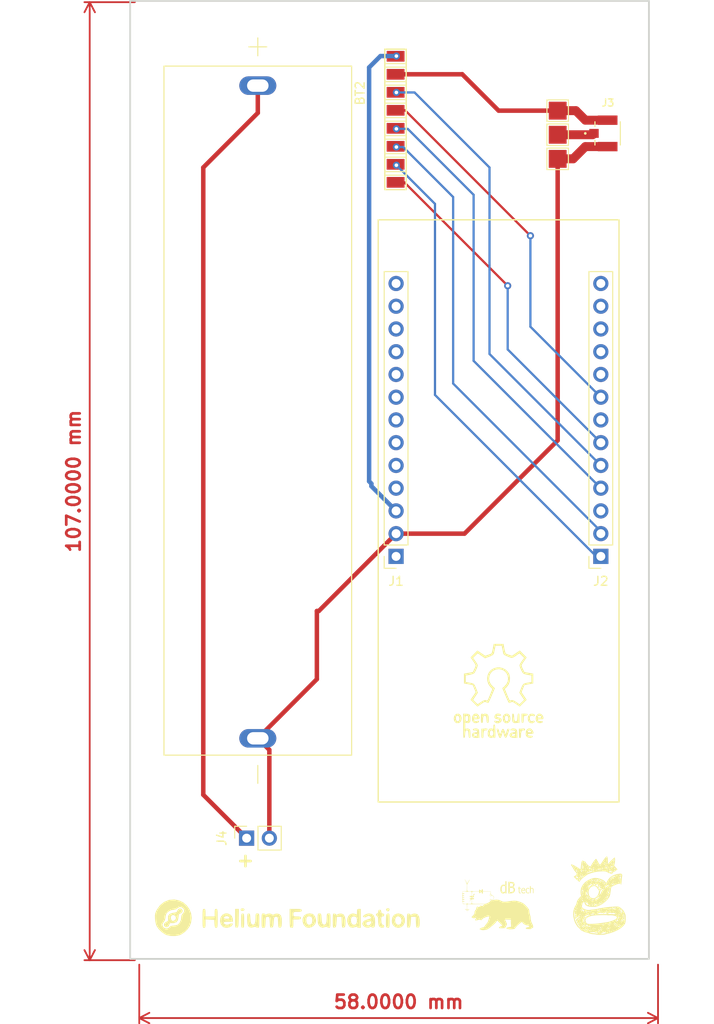
<source format=kicad_pcb>
(kicad_pcb (version 20221018) (generator pcbnew)
  (layers (0 "F.Cu" signal) (31 "B.Cu" signal) (34 "B.Paste" user) (35 "F.Paste" user) (36 "B.SilkS" user "B.Silkscreen") (37 "F.SilkS" user "F.Silkscreen") (38 "B.Mask" user) (39 "F.Mask" user) (44 "Edge.Cuts" user))
  (net 0 "")
  (net 3 "+3.3V")
  (net 4 "GND")
  (net 21 "/SI")
  (net 22 "/SCLK")
  (net 23 "/GDO0")
  (net 24 "/GDO2")
  (net 25 "/SO")
  (net 26 "/CSN")
  (net 27 "/ANT")
  (net 28 "/VBAT")
  (footprint "Library:TestPoint_Pad_1.2x2.0mm" (layer "F.Cu") (at 117.514368 47.225302)
    (fp_text reference "TP3" hide)
    (fp_text value "SI")
    (pad "1" smd rect (at 0 0) (size 2 1.2) (layers "F.Cu" "F.Paste" "F.Mask") (net 21 "/SI"))
  )
  (footprint "LOGO" (layer "F.Cu") (at 105.41 139.446)
    (fp_text reference "G***" hide)
    (fp_text value "LOGO" hide)
  )
  (footprint "LOGO" (layer "F.Cu") (at 129.032 114.046)
    (fp_text reference "G***" hide)
    (fp_text value "LOGO" hide)
  )
  (footprint "Connector_PinSocket_2.54mm:PinSocket_1x02_P2.54mm_Vertical" (layer "F.Cu") (at 100.858 130.531 90)
    (fp_text reference "J4" (at 0 -2.77 90) (layer "F.SilkS"))
    (fp_text value "Conn_01x02")
    (pad "1" thru_hole rect (at 0 0 90) (size 1.7 1.7) (drill 1) (layers "*.Cu" "*.Mask") (net 28 "/VBAT"))
    (pad "2" thru_hole oval (at 0 2.54 90) (size 1.7 1.7) (drill 1) (layers "*.Cu" "*.Mask") (net 4 "GND"))
  )
  (footprint "Library:TestPoint_Pad_1.2x2.0mm" (layer "F.Cu") (at 117.514368 45.214204)
    (fp_text reference "TP2" hide)
    (fp_text value "GND")
    (pad "1" smd rect (at 0 0) (size 2 1.2) (layers "F.Cu" "F.Paste" "F.Mask") (net 4 "GND"))
  )
  (footprint "TestPoint:TestPoint_Pad_2.0x2.0mm" (layer "F.Cu") (at 135.636 54.659)
    (fp_text reference "P12" hide)
    (fp_text value "GND")
    (pad "1" smd rect (at 0 0) (size 2 2) (layers "F.Cu" "F.Paste" "F.Mask") (net 4 "GND"))
  )
  (footprint "Library:TestPoint_Pad_1.2x2.0mm" (layer "F.Cu") (at 117.514368 55.269694)
    (fp_text reference "TP7" hide)
    (fp_text value "GDO0")
    (pad "1" smd rect (at 0 0) (size 2 1.2) (layers "F.Cu" "F.Paste" "F.Mask") (net 23 "/GDO0"))
  )
  (footprint "U.FL-R-SMT_10_:HRS_U.FL-R-SMT(10)" (layer "F.Cu") (at 141.224 51.816)
    (fp_text reference "J3" (at 0.039915 -3.411835) (layer "F.SilkS") (effects (font (size 0.801331 0.801331))))
    (fp_text value "U.FL-R-SMT(10)")
    (pad "1" smd rect (at -1.525 0) (size 1.05 1) (layers "F.Cu" "F.Paste" "F.Mask") (net 27 "/ANT"))
    (pad "2" smd rect (at 0 -1.475 270) (size 1.05 2.2) (layers "F.Cu" "F.Paste" "F.Mask") (net 4 "GND"))
    (pad "3" smd rect (at 0 1.475 270) (size 1.05 2.2) (layers "F.Cu" "F.Paste" "F.Mask") (net 4 "GND"))
  )
  (footprint "Library:TestPoint_Pad_1.2x2.0mm" (layer "F.Cu") (at 117.514368 43.203106)
    (fp_text reference "TP1" hide)
    (fp_text value "VCC")
    (pad "1" smd rect (at 0 0) (size 2 1.2) (layers "F.Cu" "F.Paste" "F.Mask") (net 3 "+3.3V"))
  )
  (footprint "LoRaWan_Bridge:BAT_BK-18650-PC2" (layer "F.Cu") (at 102.108 82.78 -90)
    (fp_text reference "BT2" (at -35.455 -11.43 90) (layer "F.SilkS"))
    (fp_text value "BK-18650-PC2")
    (pad "" np_thru_hole circle (at -27.805 0 270) (size 3.2 3.2) (drill 3.2) (layers "*.Cu" "*.Mask"))
    (pad "" np_thru_hole circle (at 27.81 0 270) (size 3.2 3.2) (drill 3.2) (layers "*.Cu" "*.Mask"))
    (pad "+" thru_hole oval (at -36.3 0 270) (size 2.07 4.14) (drill oval 1.38 2.4) (layers "*.Cu" "*.Mask") (net 28 "/VBAT"))
    (pad "-" thru_hole oval (at 36.6 0 270) (size 2.07 4.14) (drill oval 1.38 2.4) (layers "*.Cu" "*.Mask") (net 4 "GND"))
  )
  (footprint "Library:TestPoint_Pad_1.2x2.0mm" (layer "F.Cu") (at 117.514368 49.2364)
    (fp_text reference "TP4" hide)
    (fp_text value "SCLK")
    (pad "1" smd rect (at 0 0) (size 2 1.2) (layers "F.Cu" "F.Paste" "F.Mask") (net 22 "/SCLK"))
  )
  (footprint "Library:TestPoint_Pad_1.2x2.0mm" (layer "F.Cu") (at 117.514368 53.258596)
    (fp_text reference "TP6" hide)
    (fp_text value "GDO2")
    (pad "1" smd rect (at 0 0) (size 2 1.2) (layers "F.Cu" "F.Paste" "F.Mask") (net 24 "/GDO2"))
  )
  (footprint "TestPoint:TestPoint_Pad_2.0x2.0mm" (layer "F.Cu") (at 135.636 49.276)
    (fp_text reference "P10" hide)
    (fp_text value "GND")
    (pad "1" smd rect (at 0 0) (size 2 2) (layers "F.Cu" "F.Paste" "F.Mask") (net 4 "GND"))
  )
  (footprint "Library:TestPoint_Pad_1.2x2.0mm" (layer "F.Cu") (at 117.514368 51.247498)
    (fp_text reference "TP5" hide)
    (fp_text value "SO")
    (pad "1" smd rect (at 0 0) (size 2 1.2) (layers "F.Cu" "F.Paste" "F.Mask") (net 25 "/SO"))
  )
  (footprint "LOGO" (layer "F.Cu") (at 140.462 137.16)
    (fp_text reference "G***" hide)
    (fp_text value "LOGO" hide)
  )
  (footprint "Connector_PinSocket_2.54mm:PinSocket_1x13_P2.54mm_Vertical" (layer "F.Cu") (at 140.462 99.06 180)
    (fp_text reference "J2" (at 0 -2.77) (layer "F.SilkS"))
    (fp_text value "Conn_01x13")
    (pad "1" thru_hole rect (at 0 0 180) (size 1.7 1.7) (drill 1) (layers "*.Cu" "*.Mask") (net 23 "/GDO0"))
    (pad "2" thru_hole oval (at 0 2.54 180) (size 1.7 1.7) (drill 1) (layers "*.Cu" "*.Mask") (net 24 "/GDO2"))
    (pad "3" thru_hole oval (at 0 5.08 180) (size 1.7 1.7) (drill 1) (layers "*.Cu" "*.Mask"))
    (pad "4" thru_hole oval (at 0 7.62 180) (size 1.7 1.7) (drill 1) (layers "*.Cu" "*.Mask") (net 25 "/SO"))
    (pad "5" thru_hole oval (at 0 10.16 180) (size 1.7 1.7) (drill 1) (layers "*.Cu" "*.Mask") (net 21 "/SI"))
    (pad "6" thru_hole oval (at 0 12.7 180) (size 1.7 1.7) (drill 1) (layers "*.Cu" "*.Mask") (net 26 "/CSN"))
    (pad "7" thru_hole oval (at 0 15.24 180) (size 1.7 1.7) (drill 1) (layers "*.Cu" "*.Mask"))
    (pad "8" thru_hole oval (at 0 17.78 180) (size 1.7 1.7) (drill 1) (layers "*.Cu" "*.Mask") (net 22 "/SCLK"))
    (pad "9" thru_hole oval (at 0 20.32 180) (size 1.7 1.7) (drill 1) (layers "*.Cu" "*.Mask"))
    (pad "10" thru_hole oval (at 0 22.86 180) (size 1.7 1.7) (drill 1) (layers "*.Cu" "*.Mask"))
    (pad "11" thru_hole oval (at 0 25.4 180) (size 1.7 1.7) (drill 1) (layers "*.Cu" "*.Mask"))
    (pad "12" thru_hole oval (at 0 27.94 180) (size 1.7 1.7) (drill 1) (layers "*.Cu" "*.Mask"))
    (pad "13" thru_hole oval (at 0 30.48 180) (size 1.7 1.7) (drill 1) (layers "*.Cu" "*.Mask"))
  )
  (footprint "Library:TestPoint_Pad_1.2x2.0mm" (layer "F.Cu") (at 117.514368 57.280792)
    (fp_text reference "TP8" hide)
    (fp_text value "CSN")
    (pad "1" smd rect (at 0 0) (size 2 1.2) (layers "F.Cu" "F.Paste" "F.Mask") (net 26 "/CSN"))
  )
  (footprint "LOGO" (layer "F.Cu") (at 129.032 137.922)
    (fp_text reference "G***" hide)
    (fp_text value "LOGO" hide)
  )
  (footprint "TestPoint:TestPoint_Pad_2.0x2.0mm" (layer "F.Cu") (at 135.636 51.9675)
    (fp_text reference "P11" hide)
    (fp_text value "ANT")
    (pad "1" smd rect (at 0 0) (size 2 2) (layers "F.Cu" "F.Paste" "F.Mask") (net 27 "/ANT"))
  )
  (footprint "Connector_PinSocket_2.54mm:PinSocket_1x13_P2.54mm_Vertical" (layer "F.Cu") (at 117.57 99.06 180)
    (fp_text reference "J1" (at 0 -2.77) (layer "F.SilkS"))
    (fp_text value "Conn_01x13")
    (pad "1" thru_hole rect (at 0 0 180) (size 1.7 1.7) (drill 1) (layers "*.Cu" "*.Mask"))
    (pad "2" thru_hole oval (at 0 2.54 180) (size 1.7 1.7) (drill 1) (layers "*.Cu" "*.Mask") (net 4 "GND"))
    (pad "3" thru_hole oval (at 0 5.08 180) (size 1.7 1.7) (drill 1) (layers "*.Cu" "*.Mask") (net 3 "+3.3V"))
    (pad "4" thru_hole oval (at 0 7.62 180) (size 1.7 1.7) (drill 1) (layers "*.Cu" "*.Mask"))
    (pad "5" thru_hole oval (at 0 10.16 180) (size 1.7 1.7) (drill 1) (layers "*.Cu" "*.Mask"))
    (pad "6" thru_hole oval (at 0 12.7 180) (size 1.7 1.7) (drill 1) (layers "*.Cu" "*.Mask"))
    (pad "7" thru_hole oval (at 0 15.24 180) (size 1.7 1.7) (drill 1) (layers "*.Cu" "*.Mask"))
    (pad "8" thru_hole oval (at 0 17.78 180) (size 1.7 1.7) (drill 1) (layers "*.Cu" "*.Mask"))
    (pad "9" thru_hole oval (at 0 20.32 180) (size 1.7 1.7) (drill 1) (layers "*.Cu" "*.Mask"))
    (pad "10" thru_hole oval (at 0 22.86 180) (size 1.7 1.7) (drill 1) (layers "*.Cu" "*.Mask"))
    (pad "11" thru_hole oval (at 0 25.4 180) (size 1.7 1.7) (drill 1) (layers "*.Cu" "*.Mask"))
    (pad "12" thru_hole oval (at 0 27.94 180) (size 1.7 1.7) (drill 1) (layers "*.Cu" "*.Mask"))
    (pad "13" thru_hole oval (at 0 30.48 180) (size 1.7 1.7) (drill 1) (layers "*.Cu" "*.Mask"))
  )
  (gr_rect (start 115.57 61.468) (end 142.494 126.492) (stroke (width 0.15)) (fill none) (layer "F.SilkS"))
  (gr_rect (start 116.309125 42.407998) (end 118.699482 58.101062) (stroke (width 0.15)) (fill none) (layer "F.SilkS"))
  (gr_rect (start 87.84 37.018) (end 145.84 144.018) (stroke (width 0.2)) (fill none) (layer "Edge.Cuts"))
  (gr_text "+" (at 101.854 133.858) (layer "F.SilkS") (effects (font (size 1.5 1.5) (thickness 0.3) bold) (justify left bottom mirror)))
  (dimension (type orthogonal) (layer "F.Cu") (pts (xy 88.856 37.16) (xy 88.856 144.16)) (height -5.544) (orientation 1) (gr_text "107.0000 mm" (at 81.512 90.66 90) (layer "F.Cu") (effects (font (size 1.5 1.5) (thickness 0.3)))) (format (prefix "") (suffix "") (units 3) (units_format 1) (precision 4)) (style (thickness 0.2) (arrow_length 1.27) (text_position_mode 0) (extension_height 0.58642) (extension_offset 0.5) keep_text_aligned))
  (dimension (type orthogonal) (layer "F.Cu") (pts (xy 88.856 144.16) (xy 146.856 144.16)) (height 6.462) (orientation 0) (gr_text "58.0000 mm" (at 117.856 148.822) (layer "F.Cu") (effects (font (size 1.5 1.5) (thickness 0.3)))) (format (prefix "") (suffix "") (units 3) (units_format 1) (precision 4)) (style (thickness 0.2) (arrow_length 1.27) (text_position_mode 0) (extension_height 0.58642) (extension_offset 0.5) keep_text_aligned))
  (via (at 117.602 43.18) (size 0.8) (drill 0.4) (layers "F.Cu" "B.Cu") (net 3))
  (segment (start 114.554 90.678) (end 114.808 90.932) (width 0.5) (layer "B.Cu") (net 3))
  (segment (start 117.602 43.18) (end 115.824 43.18) (width 0.5) (layer "B.Cu") (net 3))
  (segment (start 114.808 90.932) (end 114.808 91.218) (width 0.5) (layer "B.Cu") (net 3))
  (segment (start 115.824 43.18) (end 114.554 44.45) (width 0.5) (layer "B.Cu") (net 3))
  (segment (start 114.808 91.218) (end 117.57 93.98) (width 0.5) (layer "B.Cu") (net 3))
  (segment (start 114.554 44.45) (end 114.554 90.678) (width 0.5) (layer "B.Cu") (net 3))
  (segment (start 141.224 53.291) (end 138.733 53.291) (width 1) (layer "F.Cu") (net 4))
  (segment (start 124.965796 45.214204) (end 117.514368 45.214204) (width 0.5) (layer "F.Cu") (net 4))
  (segment (start 124.968 45.212) (end 124.965796 45.214204) (width 0.5) (layer "F.Cu") (net 4))
  (segment (start 137.668 49.276) (end 135.636 49.276) (width 1) (layer "F.Cu") (net 4))
  (segment (start 103.398 130.531) (end 103.398 120.67) (width 0.5) (layer "F.Cu") (net 4))
  (segment (start 138.733 50.341) (end 137.668 49.276) (width 1) (layer "F.Cu") (net 4))
  (segment (start 108.712 112.776) (end 102.108 119.38) (width 0.5) (layer "F.Cu") (net 4))
  (segment (start 141.224 50.341) (end 138.733 50.341) (width 1) (layer "F.Cu") (net 4))
  (segment (start 125.222 96.52) (end 135.636 86.106) (width 0.5) (layer "F.Cu") (net 4))
  (segment (start 137.365 54.659) (end 135.636 54.659) (width 1) (layer "F.Cu") (net 4))
  (segment (start 103.398 120.67) (end 102.108 119.38) (width 0.5) (layer "F.Cu") (net 4))
  (segment (start 135.636 86.106) (end 135.636 54.659) (width 0.5) (layer "F.Cu") (net 4))
  (segment (start 108.712 105.156) (end 108.712 112.776) (width 0.5) (layer "F.Cu") (net 4))
  (segment (start 129.032 49.276) (end 124.968 45.212) (width 0.5) (layer "F.Cu") (net 4))
  (segment (start 138.733 53.291) (end 137.365 54.659) (width 1) (layer "F.Cu") (net 4))
  (segment (start 108.934 105.156) (end 108.712 105.156) (width 0.5) (layer "F.Cu") (net 4))
  (segment (start 117.57 96.52) (end 125.222 96.52) (width 0.5) (layer "F.Cu") (net 4))
  (segment (start 117.57 96.52) (end 108.934 105.156) (width 0.5) (layer "F.Cu") (net 4))
  (segment (start 135.636 49.276) (end 129.032 49.276) (width 0.5) (layer "F.Cu") (net 4))
  (via (at 117.602 47.244) (size 0.8) (drill 0.4) (layers "F.Cu" "B.Cu") (net 21))
  (segment (start 128.016 55.626) (end 119.634 47.244) (width 0.25) (layer "B.Cu") (net 21))
  (segment (start 119.634 47.244) (end 117.602 47.244) (width 0.25) (layer "B.Cu") (net 21))
  (segment (start 140.462 88.9) (end 128.016 76.454) (width 0.25) (layer "B.Cu") (net 21))
  (segment (start 128.016 76.454) (end 128.016 55.626) (width 0.25) (layer "B.Cu") (net 21))
  (segment (start 132.588 63.246) (end 118.5784 49.2364) (width 0.25) (layer "F.Cu") (net 22))
  (segment (start 118.5784 49.2364) (end 117.514368 49.2364) (width 0.25) (layer "F.Cu") (net 22))
  (via (at 132.588 63.246) (size 0.8) (drill 0.4) (layers "F.Cu" "B.Cu") (net 22))
  (segment (start 140.462 81.28) (end 132.588 73.406) (width 0.25) (layer "B.Cu") (net 22))
  (segment (start 132.588 73.406) (end 132.588 63.246) (width 0.25) (layer "B.Cu") (net 22))
  (via (at 117.602 55.372) (size 0.8) (drill 0.4) (layers "F.Cu" "B.Cu") (net 23))
  (segment (start 117.602 55.372) (end 121.92 59.69) (width 0.25) (layer "B.Cu") (net 23))
  (segment (start 121.92 81.026) (end 139.954 99.06) (width 0.25) (layer "B.Cu") (net 23))
  (segment (start 121.92 59.69) (end 121.92 81.026) (width 0.25) (layer "B.Cu") (net 23))
  (via (at 117.602 53.34) (size 0.8) (drill 0.4) (layers "F.Cu" "B.Cu") (net 24))
  (segment (start 140.716 96.52) (end 123.952 79.756) (width 0.25) (layer "B.Cu") (net 24))
  (segment (start 123.952 58.928) (end 118.364 53.34) (width 0.25) (layer "B.Cu") (net 24))
  (segment (start 118.364 53.34) (end 117.602 53.34) (width 0.25) (layer "B.Cu") (net 24))
  (segment (start 123.952 79.756) (end 123.952 58.928) (width 0.25) (layer "B.Cu") (net 24))
  (via (at 117.602 51.308) (size 0.8) (drill 0.4) (layers "F.Cu" "B.Cu") (net 25))
  (segment (start 126.238 77.216) (end 140.462 91.44) (width 0.25) (layer "B.Cu") (net 25))
  (segment (start 118.872 51.308) (end 126.238 58.674) (width 0.25) (layer "B.Cu") (net 25))
  (segment (start 117.602 51.308) (end 118.872 51.308) (width 0.25) (layer "B.Cu") (net 25))
  (segment (start 126.238 58.674) (end 126.238 77.216) (width 0.25) (layer "B.Cu") (net 25))
  (segment (start 118.494792 57.280792) (end 117.514368 57.280792) (width 0.25) (layer "F.Cu") (net 26))
  (segment (start 130.048 68.834) (end 118.494792 57.280792) (width 0.25) (layer "F.Cu") (net 26))
  (via (at 130.048 68.834) (size 0.8) (drill 0.4) (layers "F.Cu" "B.Cu") (net 26))
  (segment (start 130.048 75.946) (end 130.048 68.834) (width 0.25) (layer "B.Cu") (net 26))
  (segment (start 140.462 86.36) (end 130.048 75.946) (width 0.25) (layer "B.Cu") (net 26))
  (segment (start 135.636 51.9675) (end 139.5475 51.9675) (width 1) (layer "F.Cu") (net 27))
  (segment (start 96.012 55.626) (end 102.108 49.53) (width 0.5) (layer "F.Cu") (net 28))
  (segment (start 100.858 130.531) (end 96.012 125.685) (width 0.5) (layer "F.Cu") (net 28))
  (segment (start 102.108 49.53) (end 102.108 46.48) (width 0.5) (layer "F.Cu") (net 28))
  (segment (start 96.012 125.685) (end 96.012 55.626) (width 0.5) (layer "F.Cu") (net 28))
)
</source>
